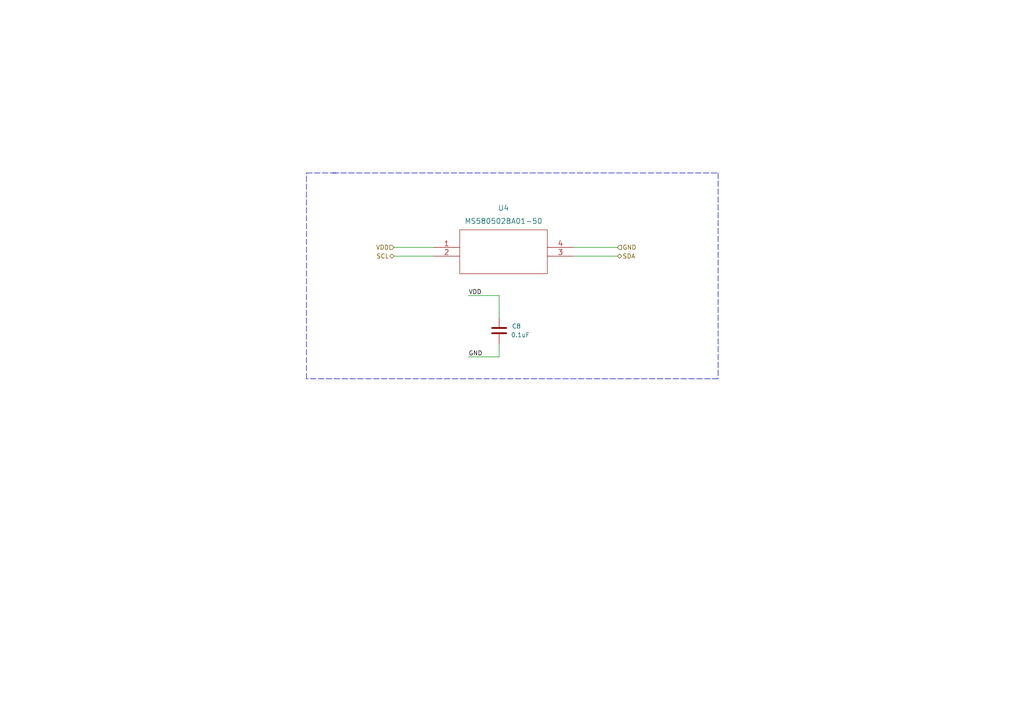
<source format=kicad_sch>
(kicad_sch (version 20211123) (generator eeschema)

  (uuid 1b9e36e1-004b-40bd-8847-4e64363d9308)

  (paper "A4")

  (lib_symbols
    (symbol "Device:C" (pin_numbers hide) (pin_names (offset 0.254)) (in_bom yes) (on_board yes)
      (property "Reference" "C" (id 0) (at 0.635 2.54 0)
        (effects (font (size 1.27 1.27)) (justify left))
      )
      (property "Value" "C" (id 1) (at 0.635 -2.54 0)
        (effects (font (size 1.27 1.27)) (justify left))
      )
      (property "Footprint" "" (id 2) (at 0.9652 -3.81 0)
        (effects (font (size 1.27 1.27)) hide)
      )
      (property "Datasheet" "~" (id 3) (at 0 0 0)
        (effects (font (size 1.27 1.27)) hide)
      )
      (property "ki_keywords" "cap capacitor" (id 4) (at 0 0 0)
        (effects (font (size 1.27 1.27)) hide)
      )
      (property "ki_description" "Unpolarized capacitor" (id 5) (at 0 0 0)
        (effects (font (size 1.27 1.27)) hide)
      )
      (property "ki_fp_filters" "C_*" (id 6) (at 0 0 0)
        (effects (font (size 1.27 1.27)) hide)
      )
      (symbol "C_0_1"
        (polyline
          (pts
            (xy -2.032 -0.762)
            (xy 2.032 -0.762)
          )
          (stroke (width 0.508) (type default) (color 0 0 0 0))
          (fill (type none))
        )
        (polyline
          (pts
            (xy -2.032 0.762)
            (xy 2.032 0.762)
          )
          (stroke (width 0.508) (type default) (color 0 0 0 0))
          (fill (type none))
        )
      )
      (symbol "C_1_1"
        (pin passive line (at 0 3.81 270) (length 2.794)
          (name "~" (effects (font (size 1.27 1.27))))
          (number "1" (effects (font (size 1.27 1.27))))
        )
        (pin passive line (at 0 -3.81 90) (length 2.794)
          (name "~" (effects (font (size 1.27 1.27))))
          (number "2" (effects (font (size 1.27 1.27))))
        )
      )
    )
    (symbol "Pressure_Alti_MS5805:MS580502BA01-50" (pin_names (offset 0.254) hide) (in_bom yes) (on_board yes)
      (property "Reference" "U" (id 0) (at 20.32 10.16 0)
        (effects (font (size 1.524 1.524)))
      )
      (property "Value" "MS580502BA01-50" (id 1) (at 20.32 7.62 0)
        (effects (font (size 1.524 1.524)))
      )
      (property "Footprint" "MS5805-02BA01_TEC" (id 2) (at 20.32 6.096 0)
        (effects (font (size 1.524 1.524)) hide)
      )
      (property "Datasheet" "" (id 3) (at 0 0 0)
        (effects (font (size 1.524 1.524)))
      )
      (property "ki_locked" "" (id 4) (at 0 0 0)
        (effects (font (size 1.27 1.27)))
      )
      (property "ki_fp_filters" "MS5805-02BA01_TEC" (id 5) (at 0 0 0)
        (effects (font (size 1.27 1.27)) hide)
      )
      (symbol "MS580502BA01-50_1_1"
        (polyline
          (pts
            (xy 7.62 -7.62)
            (xy 33.02 -7.62)
          )
          (stroke (width 0.127) (type default) (color 0 0 0 0))
          (fill (type none))
        )
        (polyline
          (pts
            (xy 7.62 5.08)
            (xy 7.62 -7.62)
          )
          (stroke (width 0.127) (type default) (color 0 0 0 0))
          (fill (type none))
        )
        (polyline
          (pts
            (xy 33.02 -7.62)
            (xy 33.02 5.08)
          )
          (stroke (width 0.127) (type default) (color 0 0 0 0))
          (fill (type none))
        )
        (polyline
          (pts
            (xy 33.02 5.08)
            (xy 7.62 5.08)
          )
          (stroke (width 0.127) (type default) (color 0 0 0 0))
          (fill (type none))
        )
        (pin power_in line (at 0 0 0) (length 7.62)
          (name "VDD" (effects (font (size 1.4986 1.4986))))
          (number "1" (effects (font (size 1.4986 1.4986))))
        )
        (pin input line (at 0 -2.54 0) (length 7.62)
          (name "SCL" (effects (font (size 1.4986 1.4986))))
          (number "2" (effects (font (size 1.4986 1.4986))))
        )
        (pin bidirectional line (at 40.64 -2.54 180) (length 7.62)
          (name "SDA" (effects (font (size 1.4986 1.4986))))
          (number "3" (effects (font (size 1.4986 1.4986))))
        )
        (pin power_in line (at 40.64 0 180) (length 7.62)
          (name "GND" (effects (font (size 1.4986 1.4986))))
          (number "4" (effects (font (size 1.4986 1.4986))))
        )
      )
    )
  )


  (wire (pts (xy 114.3 71.755) (xy 125.73 71.755))
    (stroke (width 0) (type default) (color 0 0 0 0))
    (uuid 06f8b9c2-460f-4df3-8b69-3ad654ac699b)
  )
  (polyline (pts (xy 88.9 109.855) (xy 88.9 50.165))
    (stroke (width 0) (type default) (color 0 0 0 0))
    (uuid 1ac978b6-802b-4dad-9454-923db3936e00)
  )

  (wire (pts (xy 114.3 74.295) (xy 125.73 74.295))
    (stroke (width 0) (type default) (color 0 0 0 0))
    (uuid 1c50c3e3-b2e2-41f5-ba07-d931608f6aa8)
  )
  (polyline (pts (xy 88.9 50.165) (xy 97.79 50.165))
    (stroke (width 0) (type default) (color 0 0 0 0))
    (uuid 215d6b56-b689-474a-8558-bcb9a4bbb510)
  )

  (wire (pts (xy 135.89 103.505) (xy 144.78 103.505))
    (stroke (width 0) (type default) (color 0 0 0 0))
    (uuid 44baa9c8-3574-48fd-b5d1-96bb180e89bc)
  )
  (polyline (pts (xy 208.28 109.855) (xy 88.9 109.855))
    (stroke (width 0) (type default) (color 0 0 0 0))
    (uuid 4fc9e67c-51ca-4181-9c4e-3d53d52ccf8f)
  )
  (polyline (pts (xy 96.52 50.165) (xy 208.28 50.165))
    (stroke (width 0) (type default) (color 0 0 0 0))
    (uuid 5e0a3a6a-9ced-46a4-9fd8-ef80a54f67ec)
  )

  (wire (pts (xy 166.37 71.755) (xy 179.07 71.755))
    (stroke (width 0) (type default) (color 0 0 0 0))
    (uuid 5ff6fc4e-b0c5-4578-a7c7-69f9be5ab56c)
  )
  (wire (pts (xy 135.89 85.725) (xy 144.78 85.725))
    (stroke (width 0) (type default) (color 0 0 0 0))
    (uuid 8ceaa64d-2d4a-433c-8c65-6d95fb1cc9db)
  )
  (wire (pts (xy 166.37 74.295) (xy 179.07 74.295))
    (stroke (width 0) (type default) (color 0 0 0 0))
    (uuid ad35ade6-e425-4a79-8dbf-40404bfcfbe8)
  )
  (wire (pts (xy 144.78 99.695) (xy 144.78 103.505))
    (stroke (width 0) (type default) (color 0 0 0 0))
    (uuid baf409c4-8310-40af-b46d-6113a620fb16)
  )
  (polyline (pts (xy 208.28 50.165) (xy 208.28 109.855))
    (stroke (width 0) (type default) (color 0 0 0 0))
    (uuid cbbbe592-4c6e-48dd-a357-05eb8f1f40a0)
  )

  (wire (pts (xy 144.78 85.725) (xy 144.78 92.075))
    (stroke (width 0) (type default) (color 0 0 0 0))
    (uuid ea59ecf4-ab66-4c3f-be80-a8c804beaf99)
  )

  (label "VDD" (at 135.89 85.725 0)
    (effects (font (size 1.27 1.27)) (justify left bottom))
    (uuid 253c42c1-fa43-4600-b54b-e6030a5534f2)
  )
  (label "GND" (at 135.89 103.505 0)
    (effects (font (size 1.27 1.27)) (justify left bottom))
    (uuid b9e4e5bb-9c58-4549-a7c6-6253ead3425f)
  )

  (hierarchical_label "SDA" (shape bidirectional) (at 179.07 74.295 0)
    (effects (font (size 1.27 1.27)) (justify left))
    (uuid 3b103e7a-fb0d-4e2d-99d8-a732842f82fa)
  )
  (hierarchical_label "SCL" (shape bidirectional) (at 114.3 74.295 180)
    (effects (font (size 1.27 1.27)) (justify right))
    (uuid 6402a1cc-64d2-4fbf-82f3-fecf155fc528)
  )
  (hierarchical_label "GND" (shape input) (at 179.07 71.755 0)
    (effects (font (size 1.27 1.27)) (justify left))
    (uuid 79f60196-9973-4d89-9410-a04ea2b82f95)
  )
  (hierarchical_label "VDD" (shape input) (at 114.3 71.755 180)
    (effects (font (size 1.27 1.27)) (justify right))
    (uuid dd794963-8273-4599-87ea-d9d27e3be13c)
  )

  (symbol (lib_id "Device:C") (at 144.78 95.885 180) (unit 1)
    (in_bom yes) (on_board yes)
    (uuid 0ce12e4a-b773-4629-9165-1c9185eba97e)
    (property "Reference" "C8" (id 0) (at 151.13 94.615 0)
      (effects (font (size 1.27 1.27)) (justify left))
    )
    (property "Value" "0.1uF" (id 1) (at 153.67 97.155 0)
      (effects (font (size 1.27 1.27)) (justify left))
    )
    (property "Footprint" "Capacitor_SMD:C_1210_3225Metric_Pad1.33x2.70mm_HandSolder" (id 2) (at 143.8148 92.075 0)
      (effects (font (size 1.27 1.27)) hide)
    )
    (property "Datasheet" "~" (id 3) (at 144.78 95.885 0)
      (effects (font (size 1.27 1.27)) hide)
    )
    (property "Voltage" "25V" (id 4) (at 144.78 95.885 0)
      (effects (font (size 1.27 1.27)) hide)
    )
    (property "Mfr. #" "CL10B104KA8NNNC" (id 5) (at 144.78 95.885 0)
      (effects (font (size 1.27 1.27)) hide)
    )
    (property "Order" "https://www.digikey.com/product-detail/en/samsung-electro-mechanics/CL10B104KA8NNNC/1276-1006-1-ND/3889092" (id 6) (at 144.78 95.885 0)
      (effects (font (size 1.27 1.27)) hide)
    )
    (pin "1" (uuid 384a47fd-7ff7-4d44-b3cb-be7fb949c748))
    (pin "2" (uuid 0927f0d0-5f19-4c9e-92a4-7f2c5ba57651))
  )

  (symbol (lib_id "Pressure_Alti_MS5805:MS580502BA01-50") (at 125.73 71.755 0) (unit 1)
    (in_bom yes) (on_board yes) (fields_autoplaced)
    (uuid b4fc71c1-451c-498f-b47c-8a336fc492d8)
    (property "Reference" "U4" (id 0) (at 146.05 60.325 0)
      (effects (font (size 1.524 1.524)))
    )
    (property "Value" "MS580502BA01-50" (id 1) (at 146.05 64.135 0)
      (effects (font (size 1.524 1.524)))
    )
    (property "Footprint" "MS5805:MS580502BA01-50" (id 2) (at 146.05 65.659 0)
      (effects (font (size 1.524 1.524)) hide)
    )
    (property "Datasheet" "" (id 3) (at 125.73 71.755 0)
      (effects (font (size 1.524 1.524)))
    )
    (pin "1" (uuid 623e4fea-1f12-4f4f-9cc0-a7e26013563d))
    (pin "2" (uuid d60ec279-8be5-48c9-91b0-177f44f2804e))
    (pin "3" (uuid 89056bd1-f2db-436e-a898-80f7a5310d6e))
    (pin "4" (uuid b8d2f904-27c3-4235-8ecb-da9af350fd20))
  )
)

</source>
